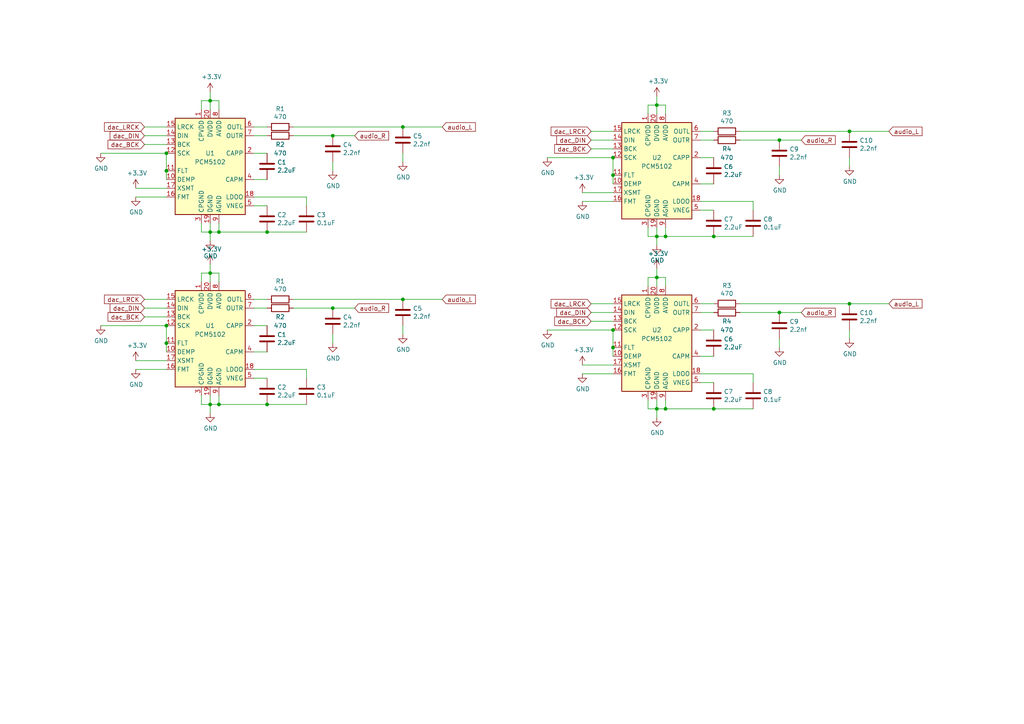
<source format=kicad_sch>
(kicad_sch (version 20230121) (generator eeschema)
  (paper "A4")
  (lib_symbols
    (symbol "Audio:PCM5102"
      (property "Reference" "U" (at -10.16 13.97 0))
      (property "Value" "PCM5102" (at 3.81 13.97 0))
      (symbol "PCM5102_0_1"
        (rectangle (start -10.16 12.7) (end 10.16 -15.24) (stroke (width 0.254)) (fill (type background)))
      )
      (symbol "PCM5102_1_1"
        (pin passive line (at -2.54 15.24 270) (length 2.54) (name "CPVDD") (number "1"))
        (pin input line (at -12.7 -5.08 0) (length 2.54) (name "DEMP") (number "10"))
        (pin input line (at -12.7 -2.54 0) (length 2.54) (name "FLT") (number "11"))
        (pin input line (at -12.7 2.54 0) (length 2.54) (name "SCK") (number "12"))
        (pin input line (at -12.7 5.08 0) (length 2.54) (name "BCK") (number "13"))
        (pin input line (at -12.7 7.62 0) (length 2.54) (name "DIN") (number "14"))
        (pin input line (at -12.7 10.16 0) (length 2.54) (name "LRCK") (number "15"))
        (pin input line (at -12.7 -10.16 0) (length 2.54) (name "FMT") (number "16"))
        (pin input line (at -12.7 -7.62 0) (length 2.54) (name "XSMT") (number "17"))
        (pin passive line (at 12.7 -10.16 180) (length 2.54) (name "LDOO") (number "18"))
        (pin power_in line (at 0 -17.78 90) (length 2.54) (name "DGND") (number "19"))
        (pin passive line (at 12.7 2.54 180) (length 2.54) (name "CAPP") (number "2"))
        (pin power_in line (at 0 15.24 270) (length 2.54) (name "DVDD") (number "20"))
        (pin power_in line (at -2.54 -17.78 90) (length 2.54) (name "CPGND") (number "3"))
        (pin passive line (at 12.7 -5.08 180) (length 2.54) (name "CAPM") (number "4"))
        (pin passive line (at 12.7 -12.7 180) (length 2.54) (name "VNEG") (number "5"))
        (pin output line (at 12.7 10.16 180) (length 2.54) (name "OUTL") (number "6"))
        (pin output line (at 12.7 7.62 180) (length 2.54) (name "OUTR") (number "7"))
        (pin power_in line (at 2.54 15.24 270) (length 2.54) (name "AVDD") (number "8"))
        (pin power_in line (at 2.54 -17.78 90) (length 2.54) (name "AGND") (number "9"))
      )
    )
    (symbol "Device:C" (pin_numbers hide) (pin_names (offset 0.254))
      (property "Reference" "C" (at 0.635 2.54 0))
      (property "Value" "C" (at 0.635 -2.54 0))
      (symbol "C_0_1"
        (polyline (pts (xy -2.032 -0.762) (xy 2.032 -0.762)) (stroke (width 0.508)))
        (polyline (pts (xy -2.032 0.762) (xy 2.032 0.762)) (stroke (width 0.508)))
      )
      (symbol "C_1_1"
        (pin passive line (at 0 3.81 270) (length 2.794) (name "~") (number "1"))
        (pin passive line (at 0 -3.81 90) (length 2.794) (name "~") (number "2"))
      )
    )
    (symbol "Device:R" (pin_numbers hide) (pin_names (offset 0))
      (property "Reference" "R" (at 2.032 0 90))
      (property "Value" "R" (at 0 0 90))
      (symbol "R_0_1"
        (rectangle (start -1.016 -2.54) (end 1.016 2.54) (stroke (width 0.254)))
      )
      (symbol "R_1_1"
        (pin passive line (at 0 3.81 270) (length 1.27) (name "~") (number "1"))
        (pin passive line (at 0 -3.81 90) (length 1.27) (name "~") (number "2"))
      )
    )
    (symbol "power:+3.3V" (power) (pin_names (offset 0))
      (property "Value" "+3.3V" (at 0 3.556 0))
      (symbol "+3.3V_0_1"
        (polyline (pts (xy -0.762 1.27) (xy 0 2.54)))
        (polyline (pts (xy 0 0) (xy 0 2.54)))
        (polyline (pts (xy 0 2.54) (xy 0.762 1.27)))
      )
      (symbol "+3.3V_1_1"
        (pin power_in line (at 0 0 90) (length 0) hide (name "+3.3V") (number "1"))
      )
    )
    (symbol "power:GND" (power) (pin_names (offset 0))
      (property "Value" "GND" (at 0 -3.81 0))
      (symbol "GND_0_1"
        (polyline (pts (xy 0 0) (xy 0 -1.27) (xy 1.27 -1.27) (xy 0 -2.54) (xy -1.27 -1.27) (xy 0 -1.27)))
      )
      (symbol "GND_1_1"
        (pin power_in line (at 0 0 270) (length 0) hide (name "GND") (number "1"))
      )
    )
  )
  (junction (at 60.96 67.31))
  (junction (at 177.8 50.8))
  (junction (at 226.06 40.64))
  (junction (at 246.38 38.1))
  (junction (at 190.5 68.58))
  (junction (at 96.52 39.37))
  (junction (at 48.26 44.45))
  (junction (at 48.26 49.53))
  (junction (at 60.96 29.21))
  (junction (at 193.04 68.58))
  (junction (at 77.47 67.31))
  (junction (at 190.5 30.48))
  (junction (at 177.8 45.72))
  (junction (at 63.5 67.31))
  (junction (at 116.84 36.83))
  (junction (at 207.01 68.58))
  (wire (pts (xy 190.5 66.04) (xy 190.5 68.58)))
  (wire (pts (xy 73.66 57.15) (xy 88.9 57.15)))
  (wire (pts (xy 73.66 59.69) (xy 77.47 59.69)))
  (wire (pts (xy 168.91 55.88) (xy 177.8 55.88)))
  (wire (pts (xy 116.84 44.45) (xy 116.84 46.99)))
  (wire (pts (xy 63.5 31.75) (xy 63.5 29.21)))
  (wire (pts (xy 207.01 45.72) (xy 203.2 45.72)))
  (wire (pts (xy 226.06 48.26) (xy 226.06 50.8)))
  (wire (pts (xy 102.87 39.37) (xy 96.52 39.37)))
  (wire (pts (xy 203.2 58.42) (xy 218.44 58.42)))
  (wire (pts (xy 246.38 45.72) (xy 246.38 48.26)))
  (wire (pts (xy 232.41 40.64) (xy 226.06 40.64)))
  (wire (pts (xy 168.91 58.42) (xy 177.8 58.42)))
  (wire (pts (xy 193.04 66.04) (xy 193.04 68.58)))
  (wire (pts (xy 58.42 31.75) (xy 58.42 29.21)))
  (wire (pts (xy 218.44 68.58) (xy 207.01 68.58)))
  (wire (pts (xy 193.04 68.58) (xy 190.5 68.58)))
  (wire (pts (xy 39.37 54.61) (xy 48.26 54.61)))
  (wire (pts (xy 190.5 68.58) (xy 187.96 68.58)))
  (wire (pts (xy 63.5 29.21) (xy 60.96 29.21)))
  (wire (pts (xy 85.09 36.83) (xy 116.84 36.83)))
  (wire (pts (xy 226.06 40.64) (xy 214.63 40.64)))
  (wire (pts (xy 190.5 27.94) (xy 190.5 30.48)))
  (wire (pts (xy 207.01 68.58) (xy 193.04 68.58)))
  (wire (pts (xy 88.9 67.31) (xy 77.47 67.31)))
  (wire (pts (xy 207.01 53.34) (xy 203.2 53.34)))
  (wire (pts (xy 214.63 38.1) (xy 246.38 38.1)))
  (wire (pts (xy 77.47 67.31) (xy 63.5 67.31)))
  (wire (pts (xy 193.04 30.48) (xy 190.5 30.48)))
  (wire (pts (xy 58.42 64.77) (xy 58.42 67.31)))
  (wire (pts (xy 48.26 52.07) (xy 48.26 49.53)))
  (wire (pts (xy 246.38 38.1) (xy 257.81 38.1)))
  (wire (pts (xy 193.04 33.02) (xy 193.04 30.48)))
  (wire (pts (xy 77.47 36.83) (xy 73.66 36.83)))
  (wire (pts (xy 190.5 30.48) (xy 187.96 30.48)))
  (wire (pts (xy 77.47 44.45) (xy 73.66 44.45)))
  (wire (pts (xy 88.9 57.15) (xy 88.9 59.69)))
  (wire (pts (xy 187.96 33.02) (xy 187.96 30.48)))
  (wire (pts (xy 60.96 26.67) (xy 60.96 29.21)))
  (wire (pts (xy 60.96 67.31) (xy 60.96 69.85)))
  (wire (pts (xy 203.2 60.96) (xy 207.01 60.96)))
  (wire (pts (xy 29.21 44.45) (xy 48.26 44.45)))
  (wire (pts (xy 207.01 38.1) (xy 203.2 38.1)))
  (wire (pts (xy 60.96 67.31) (xy 58.42 67.31)))
  (wire (pts (xy 177.8 43.18) (xy 171.45 43.18)))
  (wire (pts (xy 41.91 36.83) (xy 48.26 36.83)))
  (wire (pts (xy 60.96 64.77) (xy 60.96 67.31)))
  (wire (pts (xy 190.5 30.48) (xy 190.5 33.02)))
  (wire (pts (xy 63.5 67.31) (xy 60.96 67.31)))
  (wire (pts (xy 60.96 29.21) (xy 60.96 31.75)))
  (wire (pts (xy 48.26 39.37) (xy 41.91 39.37)))
  (wire (pts (xy 73.66 39.37) (xy 77.47 39.37)))
  (wire (pts (xy 177.8 53.34) (xy 177.8 50.8)))
  (wire (pts (xy 177.8 40.64) (xy 171.45 40.64)))
  (wire (pts (xy 190.5 68.58) (xy 190.5 71.12)))
  (wire (pts (xy 63.5 64.77) (xy 63.5 67.31)))
  (wire (pts (xy 77.47 52.07) (xy 73.66 52.07)))
  (wire (pts (xy 96.52 46.99) (xy 96.52 49.53)))
  (wire (pts (xy 96.52 39.37) (xy 85.09 39.37)))
  (wire (pts (xy 203.2 40.64) (xy 207.01 40.64)))
  (wire (pts (xy 171.45 38.1) (xy 177.8 38.1)))
  (wire (pts (xy 116.84 36.83) (xy 128.27 36.83)))
  (wire (pts (xy 60.96 29.21) (xy 58.42 29.21)))
  (wire (pts (xy 218.44 58.42) (xy 218.44 60.96)))
  (wire (pts (xy 177.8 50.8) (xy 177.8 45.72)))
  (wire (pts (xy 187.96 66.04) (xy 187.96 68.58)))
  (wire (pts (xy 158.75 45.72) (xy 177.8 45.72)))
  (wire (pts (xy 48.26 49.53) (xy 48.26 44.45)))
  (wire (pts (xy 39.37 57.15) (xy 48.26 57.15)))
  (wire (pts (xy 48.26 41.91) (xy 41.91 41.91)))
  (global_label "dac_BCK" (shape input) (at 171.45 43.18 180) (property "Intersheetrefs" "${INTERSHEET_REFS}" (effects hide)))
  (global_label "dac_LRCK" (shape input) (at 171.45 38.1 180) (property "Intersheetrefs" "${INTERSHEET_REFS}" (effects hide)))
  (global_label "dac_LRCK" (shape input) (at 41.91 36.83 180) (property "Intersheetrefs" "${INTERSHEET_REFS}" (effects hide)))
  (global_label "audio_L" (shape input) (at 257.81 38.1 0) (property "Intersheetrefs" "${INTERSHEET_REFS}" (effects hide)))
  (global_label "audio_R" (shape input) (at 102.87 39.37 0) (property "Intersheetrefs" "${INTERSHEET_REFS}" (effects hide)))
  (global_label "audio_R" (shape input) (at 232.41 40.64 0) (property "Intersheetrefs" "${INTERSHEET_REFS}" (effects hide)))
  (global_label "dac_BCK" (shape input) (at 41.91 41.91 180) (property "Intersheetrefs" "${INTERSHEET_REFS}" (effects hide)))
  (global_label "dac_DIN" (shape input) (at 41.91 39.37 180) (property "Intersheetrefs" "${INTERSHEET_REFS}" (effects hide)))
  (global_label "dac_DIN" (shape input) (at 171.45 40.64 180) (property "Intersheetrefs" "${INTERSHEET_REFS}" (effects hide)))
  (global_label "audio_L" (shape input) (at 128.27 36.83 0) (property "Intersheetrefs" "${INTERSHEET_REFS}" (effects hide)))
  (symbol (lib_id "power:GND") (at 226.06 50.8 0) (unit 1)
    (property "Reference" "#PWR013" (effects hide))
    (property "Value" "GND" (at 226.187 55.1942 0))
  )
  (symbol (lib_id "power:+3.3V") (at 168.91 55.88 0) (unit 1)
    (property "Reference" "#PWR09" (effects hide))
    (property "Value" "+3.3V" (at 169.291 51.4858 0))
  )
  (symbol (lib_id "Device:C") (at 246.38 41.91 0) (unit 1)
    (property "Reference" "C10" (at 249.301 40.7416 0) (effects (justify left)))
    (property "Value" "2.2nf" (at 249.301 43.053 0) (effects (justify left)))
    (property "Footprint" "Capacitor_SMD:C_0402_1005Metric" (effects hide))
  )
  (symbol (lib_id "Device:C") (at 77.47 63.5 0) (unit 1)
    (property "Reference" "C2" (at 80.391 62.3316 0) (effects (justify left)))
    (property "Value" "2.2uF" (at 80.391 64.643 0) (effects (justify left)))
    (property "Footprint" "Capacitor_SMD:C_0402_1005Metric" (effects hide))
  )
  (symbol (lib_id "Device:C") (at 116.84 40.64 0) (unit 1)
    (property "Reference" "C5" (at 119.761 39.4716 0) (effects (justify left)))
    (property "Value" "2.2nf" (at 119.761 41.783 0) (effects (justify left)))
    (property "Footprint" "Capacitor_SMD:C_0402_1005Metric" (effects hide))
  )
  (symbol (lib_id "power:+3.3V") (at 60.96 26.67 0) (unit 1)
    (property "Reference" "#PWR04" (effects hide))
    (property "Value" "+3.3V" (at 61.341 22.2758 0))
  )
  (symbol (lib_id "Device:R") (at 81.28 39.37 90) (unit 1)
    (property "Reference" "R2" (at 81.28 41.91 90))
    (property "Value" "470" (at 81.28 44.45 90))
    (property "Footprint" "Resistor_SMD:R_0402_1005Metric" (effects hide))
  )
  (symbol (lib_id "Device:C") (at 226.06 44.45 0) (unit 1)
    (property "Reference" "C9" (at 228.981 43.2816 0) (effects (justify left)))
    (property "Value" "2.2nf" (at 228.981 45.593 0) (effects (justify left)))
    (property "Footprint" "Capacitor_SMD:C_0402_1005Metric" (effects hide))
  )
  (symbol (lib_id "power:GND") (at 116.84 46.99 0) (unit 1)
    (property "Reference" "#PWR07" (effects hide))
    (property "Value" "GND" (at 116.967 51.3842 0))
  )
  (symbol (lib_id "power:+3.3V") (at 39.37 54.61 0) (unit 1)
    (property "Reference" "#PWR02" (effects hide))
    (property "Value" "+3.3V" (at 39.751 50.2158 0))
  )
  (symbol (lib_id "Device:C") (at 207.01 64.77 0) (unit 1)
    (property "Reference" "C7" (at 209.931 63.6016 0) (effects (justify left)))
    (property "Value" "2.2uF" (at 209.931 65.913 0) (effects (justify left)))
    (property "Footprint" "Capacitor_SMD:C_0402_1005Metric" (effects hide))
  )
  (symbol (lib_id "Device:C") (at 88.9 63.5 0) (unit 1)
    (property "Reference" "C3" (at 91.821 62.3316 0) (effects (justify left)))
    (property "Value" "0.1uF" (at 91.821 64.643 0) (effects (justify left)))
    (property "Footprint" "Capacitor_SMD:C_0402_1005Metric" (effects hide))
  )
  (symbol (lib_id "power:+3.3V") (at 190.5 27.94 0) (unit 1)
    (property "Reference" "#PWR011" (effects hide))
    (property "Value" "+3.3V" (at 190.881 23.5458 0))
  )
  (symbol (lib_id "power:GND") (at 96.52 49.53 0) (unit 1)
    (property "Reference" "#PWR06" (effects hide))
    (property "Value" "GND" (at 96.647 53.9242 0))
  )
  (symbol (lib_id "power:GND") (at 190.5 71.12 0) (unit 1)
    (property "Reference" "#PWR012" (effects hide))
    (property "Value" "GND" (at 190.627 75.5142 0))
  )
  (symbol (lib_id "Device:C") (at 207.01 49.53 0) (unit 1)
    (property "Reference" "C6" (at 209.931 48.3616 0) (effects (justify left)))
    (property "Value" "2.2uF" (at 209.931 50.673 0) (effects (justify left)))
    (property "Footprint" "Capacitor_SMD:C_0402_1005Metric" (effects hide))
  )
  (symbol (lib_id "power:GND") (at 246.38 48.26 0) (unit 1)
    (property "Reference" "#PWR014" (effects hide))
    (property "Value" "GND" (at 246.507 52.6542 0))
  )
  (symbol (lib_id "Device:C") (at 218.44 64.77 0) (unit 1)
    (property "Reference" "C8" (at 221.361 63.6016 0) (effects (justify left)))
    (property "Value" "0.1uF" (at 221.361 65.913 0) (effects (justify left)))
    (property "Footprint" "Capacitor_SMD:C_0402_1005Metric" (effects hide))
  )
  (symbol (lib_id "Device:R") (at 81.28 36.83 270) (unit 1)
    (property "Reference" "R1" (at 81.28 31.5722 90))
    (property "Value" "470" (at 81.28 33.8836 90))
    (property "Footprint" "Resistor_SMD:R_0402_1005Metric" (effects hide))
  )
  (symbol (lib_id "power:GND") (at 60.96 69.85 0) (unit 1)
    (property "Reference" "#PWR05" (effects hide))
    (property "Value" "GND" (at 61.087 74.2442 0))
  )
  (symbol (lib_id "power:GND") (at 39.37 57.15 0) (unit 1)
    (property "Reference" "#PWR03" (effects hide))
    (property "Value" "GND" (at 39.497 61.5442 0))
  )
  (symbol (lib_id "power:GND") (at 158.75 45.72 0) (unit 1)
    (property "Reference" "#PWR08" (effects hide))
    (property "Value" "GND" (at 158.877 50.1142 0))
  )
  (symbol (lib_id "power:GND") (at 168.91 58.42 0) (unit 1)
    (property "Reference" "#PWR010" (effects hide))
    (property "Value" "GND" (at 169.037 62.8142 0))
  )
  (symbol (lib_id "Device:C") (at 77.47 48.26 0) (unit 1)
    (property "Reference" "C1" (at 80.391 47.0916 0) (effects (justify left)))
    (property "Value" "2.2uF" (at 80.391 49.403 0) (effects (justify left)))
    (property "Footprint" "Capacitor_SMD:C_0402_1005Metric" (effects hide))
  )
  (symbol (lib_id "Device:C") (at 96.52 43.18 0) (unit 1)
    (property "Reference" "C4" (at 99.441 42.0116 0) (effects (justify left)))
    (property "Value" "2.2nf" (at 99.441 44.323 0) (effects (justify left)))
    (property "Footprint" "Capacitor_SMD:C_0402_1005Metric" (effects hide))
  )
  (symbol (lib_id "Device:R") (at 210.82 38.1 270) (unit 1)
    (property "Reference" "R3" (at 210.82 32.8422 90))
    (property "Value" "470" (at 210.82 35.1536 90))
    (property "Footprint" "Resistor_SMD:R_0402_1005Metric" (effects hide))
  )
  (symbol (lib_id "Device:R") (at 210.82 40.64 90) (unit 1)
    (property "Reference" "R4" (at 210.82 43.18 90))
    (property "Value" "470" (at 210.82 45.72 90))
    (property "Footprint" "Resistor_SMD:R_0402_1005Metric" (effects hide))
  )
  (symbol (lib_id "power:GND") (at 29.21 44.45 0) (unit 1)
    (property "Reference" "#PWR01" (effects hide))
    (property "Value" "GND" (at 29.337 48.8442 0))
  )
  (symbol (lib_id "Audio:PCM5102") (at 60.96 46.99 0) (unit 1)
    (property "Reference" "U1" (at 60.96 44.45 0))
    (property "Value" "PCM5102" (at 60.96 46.99 0))
    (property "Footprint" "Package_SO:TSSOP-20_4.4x6.5mm_P0.65mm" (effects hide))
    (property "Datasheet" "http://www.ti.com/lit/ds/symlink/pcm5102.pdf" (effects hide))
    (property "LCSC" "C131154" (effects hide))
  )
  (symbol (lib_id "Audio:PCM5102") (at 190.5 48.26 0) (unit 1)
    (property "Reference" "U2" (at 190.5 45.72 0))
    (property "Value" "PCM5102" (at 190.5 48.26 0))
    (property "Footprint" "Package_SO:TSSOP-20_4.4x6.5mm_P0.65mm" (effects hide))
    (property "Datasheet" "http://www.ti.com/lit/ds/symlink/pcm5102.pdf" (effects hide))
    (property "LCSC" "C131154" (effects hide))
  )
  (symbol (lib_id "power:GND") (at 226.06 100.8 0) (unit 1)
    (property "Reference" "#PWR013" (effects hide))
    (property "Value" "GND" (at 226.187 105.1942 0))
  )
  (symbol (lib_id "power:+3.3V") (at 168.91 105.88 0) (unit 1)
    (property "Reference" "#PWR09" (effects hide))
    (property "Value" "+3.3V" (at 169.291 101.4858 0))
  )
  (symbol (lib_id "Device:C") (at 246.38 91.91 0) (unit 1)
    (property "Reference" "C10" (at 249.301 90.7416 0) (effects (justify left)))
    (property "Value" "2.2nf" (at 249.301 93.053 0) (effects (justify left)))
    (property "Footprint" "Capacitor_SMD:C_0402_1005Metric" (effects hide))
  )
  (symbol (lib_id "Device:C") (at 77.47 113.5 0) (unit 1)
    (property "Reference" "C2" (at 80.391 112.3316 0) (effects (justify left)))
    (property "Value" "2.2uF" (at 80.391 114.643 0) (effects (justify left)))
    (property "Footprint" "Capacitor_SMD:C_0402_1005Metric" (effects hide))
  )
  (symbol (lib_id "Device:C") (at 116.84 90.64 0) (unit 1)
    (property "Reference" "C5" (at 119.761 89.4716 0) (effects (justify left)))
    (property "Value" "2.2nf" (at 119.761 91.783 0) (effects (justify left)))
    (property "Footprint" "Capacitor_SMD:C_0402_1005Metric" (effects hide))
  )
  (symbol (lib_id "power:+3.3V") (at 60.96 76.67 0) (unit 1)
    (property "Reference" "#PWR04" (effects hide))
    (property "Value" "+3.3V" (at 61.341 72.2758 0))
  )
  (symbol (lib_id "Device:R") (at 81.28 89.37 90) (unit 1)
    (property "Reference" "R2" (at 81.28 91.91 90))
    (property "Value" "470" (at 81.28 94.45 90))
    (property "Footprint" "Resistor_SMD:R_0402_1005Metric" (effects hide))
  )
  (symbol (lib_id "Device:C") (at 226.06 94.45 0) (unit 1)
    (property "Reference" "C9" (at 228.981 93.2816 0) (effects (justify left)))
    (property "Value" "2.2nf" (at 228.981 95.593 0) (effects (justify left)))
    (property "Footprint" "Capacitor_SMD:C_0402_1005Metric" (effects hide))
  )
  (symbol (lib_id "power:GND") (at 116.84 96.99 0) (unit 1)
    (property "Reference" "#PWR07" (effects hide))
    (property "Value" "GND" (at 116.967 101.3842 0))
  )
  (symbol (lib_id "power:+3.3V") (at 39.37 104.61 0) (unit 1)
    (property "Reference" "#PWR02" (effects hide))
    (property "Value" "+3.3V" (at 39.751 100.2158 0))
  )
  (symbol (lib_id "Device:C") (at 207.01 114.77 0) (unit 1)
    (property "Reference" "C7" (at 209.931 113.6016 0) (effects (justify left)))
    (property "Value" "2.2uF" (at 209.931 115.913 0) (effects (justify left)))
    (property "Footprint" "Capacitor_SMD:C_0402_1005Metric" (effects hide))
  )
  (symbol (lib_id "Device:C") (at 88.9 113.5 0) (unit 1)
    (property "Reference" "C3" (at 91.821 112.3316 0) (effects (justify left)))
    (property "Value" "0.1uF" (at 91.821 114.643 0) (effects (justify left)))
    (property "Footprint" "Capacitor_SMD:C_0402_1005Metric" (effects hide))
  )
  (symbol (lib_id "power:+3.3V") (at 190.5 77.94 0) (unit 1)
    (property "Reference" "#PWR011" (effects hide))
    (property "Value" "+3.3V" (at 190.881 73.5458 0))
  )
  (symbol (lib_id "power:GND") (at 96.52 99.53 0) (unit 1)
    (property "Reference" "#PWR06" (effects hide))
    (property "Value" "GND" (at 96.647 103.9242 0))
  )
  (symbol (lib_id "power:GND") (at 190.5 121.12 0) (unit 1)
    (property "Reference" "#PWR012" (effects hide))
    (property "Value" "GND" (at 190.627 125.5142 0))
  )
  (symbol (lib_id "Device:C") (at 207.01 99.53 0) (unit 1)
    (property "Reference" "C6" (at 209.931 98.3616 0) (effects (justify left)))
    (property "Value" "2.2uF" (at 209.931 100.673 0) (effects (justify left)))
    (property "Footprint" "Capacitor_SMD:C_0402_1005Metric" (effects hide))
  )
  (symbol (lib_id "power:GND") (at 246.38 98.26 0) (unit 1)
    (property "Reference" "#PWR014" (effects hide))
    (property "Value" "GND" (at 246.507 102.6542 0))
  )
  (symbol (lib_id "Device:C") (at 218.44 114.77 0) (unit 1)
    (property "Reference" "C8" (at 221.361 113.6016 0) (effects (justify left)))
    (property "Value" "0.1uF" (at 221.361 115.913 0) (effects (justify left)))
    (property "Footprint" "Capacitor_SMD:C_0402_1005Metric" (effects hide))
  )
  (symbol (lib_id "Device:R") (at 81.28 86.83 270) (unit 1)
    (property "Reference" "R1" (at 81.28 81.5722 90))
    (property "Value" "470" (at 81.28 83.8836 90))
    (property "Footprint" "Resistor_SMD:R_0402_1005Metric" (effects hide))
  )
  (symbol (lib_id "power:GND") (at 60.96 119.85 0) (unit 1)
    (property "Reference" "#PWR05" (effects hide))
    (property "Value" "GND" (at 61.087 124.2442 0))
  )
  (symbol (lib_id "power:GND") (at 39.37 107.15 0) (unit 1)
    (property "Reference" "#PWR03" (effects hide))
    (property "Value" "GND" (at 39.497 111.5442 0))
  )
  (symbol (lib_id "power:GND") (at 158.75 95.72 0) (unit 1)
    (property "Reference" "#PWR08" (effects hide))
    (property "Value" "GND" (at 158.877 100.1142 0))
  )
  (symbol (lib_id "power:GND") (at 168.91 108.42 0) (unit 1)
    (property "Reference" "#PWR010" (effects hide))
    (property "Value" "GND" (at 169.037 112.8142 0))
  )
  (symbol (lib_id "Device:C") (at 77.47 98.26 0) (unit 1)
    (property "Reference" "C1" (at 80.391 97.0916 0) (effects (justify left)))
    (property "Value" "2.2uF" (at 80.391 99.403 0) (effects (justify left)))
    (property "Footprint" "Capacitor_SMD:C_0402_1005Metric" (effects hide))
  )
  (symbol (lib_id "Device:C") (at 96.52 93.18 0) (unit 1)
    (property "Reference" "C4" (at 99.441 92.0116 0) (effects (justify left)))
    (property "Value" "2.2nf" (at 99.441 94.323 0) (effects (justify left)))
    (property "Footprint" "Capacitor_SMD:C_0402_1005Metric" (effects hide))
  )
  (symbol (lib_id "Device:R") (at 210.82 88.1 270) (unit 1)
    (property "Reference" "R3" (at 210.82 82.8422 90))
    (property "Value" "470" (at 210.82 85.1536 90))
    (property "Footprint" "Resistor_SMD:R_0402_1005Metric" (effects hide))
  )
  (symbol (lib_id "Device:R") (at 210.82 90.64 90) (unit 1)
    (property "Reference" "R4" (at 210.82 93.18 90))
    (property "Value" "470" (at 210.82 95.72 90))
    (property "Footprint" "Resistor_SMD:R_0402_1005Metric" (effects hide))
  )
  (symbol (lib_id "power:GND") (at 29.21 94.45 0) (unit 1)
    (property "Reference" "#PWR01" (effects hide))
    (property "Value" "GND" (at 29.337 98.8442 0))
  )
  (symbol (lib_id "Audio:PCM5102") (at 60.96 96.99 0) (unit 1)
    (property "Reference" "U1" (at 60.96 94.45 0))
    (property "Value" "PCM5102" (at 60.96 96.99 0))
    (property "Footprint" "Package_SO:TSSOP-20_4.4x6.5mm_P0.65mm" (effects hide))
    (property "Datasheet" "http://www.ti.com/lit/ds/symlink/pcm5102.pdf" (effects hide))
    (property "LCSC" "C131154" (effects hide))
  )
  (symbol (lib_id "Audio:PCM5102") (at 190.5 98.26 0) (unit 1)
    (property "Reference" "U2" (at 190.5 95.72 0))
    (property "Value" "PCM5102" (at 190.5 98.26 0))
    (property "Footprint" "Package_SO:TSSOP-20_4.4x6.5mm_P0.65mm" (effects hide))
    (property "Datasheet" "http://www.ti.com/lit/ds/symlink/pcm5102.pdf" (effects hide))
    (property "LCSC" "C131154" (effects hide))
  )
  (wire (pts (xy 190.5 116.04) (xy 190.5 118.58)))
  (wire (pts (xy 73.66 107.15) (xy 88.9 107.15)))
  (wire (pts (xy 73.66 109.69) (xy 77.47 109.69)))
  (wire (pts (xy 168.91 105.88) (xy 177.8 105.88)))
  (wire (pts (xy 116.84 94.45) (xy 116.84 96.99)))
  (wire (pts (xy 63.5 81.75) (xy 63.5 79.21)))
  (wire (pts (xy 207.01 95.72) (xy 203.2 95.72)))
  (wire (pts (xy 226.06 98.26) (xy 226.06 100.8)))
  (wire (pts (xy 102.87 89.37) (xy 96.52 89.37)))
  (wire (pts (xy 203.2 108.42) (xy 218.44 108.42)))
  (wire (pts (xy 246.38 95.72) (xy 246.38 98.26)))
  (wire (pts (xy 232.41 90.64) (xy 226.06 90.64)))
  (wire (pts (xy 168.91 108.42) (xy 177.8 108.42)))
  (wire (pts (xy 193.04 116.04) (xy 193.04 118.58)))
  (wire (pts (xy 58.42 81.75) (xy 58.42 79.21)))
  (wire (pts (xy 218.44 118.58) (xy 207.01 118.58)))
  (wire (pts (xy 193.04 118.58) (xy 190.5 118.58)))
  (wire (pts (xy 39.37 104.61) (xy 48.26 104.61)))
  (wire (pts (xy 190.5 118.58) (xy 187.96 118.58)))
  (wire (pts (xy 63.5 79.21) (xy 60.96 79.21)))
  (wire (pts (xy 85.09 86.83) (xy 116.84 86.83)))
  (wire (pts (xy 226.06 90.64) (xy 214.63 90.64)))
  (wire (pts (xy 190.5 77.94) (xy 190.5 80.48)))
  (wire (pts (xy 207.01 118.58) (xy 193.04 118.58)))
  (wire (pts (xy 88.9 117.31) (xy 77.47 117.31)))
  (wire (pts (xy 207.01 103.34) (xy 203.2 103.34)))
  (wire (pts (xy 214.63 88.1) (xy 246.38 88.1)))
  (wire (pts (xy 77.47 117.31) (xy 63.5 117.31)))
  (wire (pts (xy 193.04 80.48) (xy 190.5 80.48)))
  (wire (pts (xy 58.42 114.77) (xy 58.42 117.31)))
  (wire (pts (xy 48.26 102.07) (xy 48.26 99.53)))
  (wire (pts (xy 246.38 88.1) (xy 257.81 88.1)))
  (wire (pts (xy 193.04 83.02) (xy 193.04 80.48)))
  (wire (pts (xy 77.47 86.83) (xy 73.66 86.83)))
  (wire (pts (xy 190.5 80.48) (xy 187.96 80.48)))
  (wire (pts (xy 77.47 94.45) (xy 73.66 94.45)))
  (wire (pts (xy 88.9 107.15) (xy 88.9 109.69)))
  (wire (pts (xy 187.96 83.02) (xy 187.96 80.48)))
  (wire (pts (xy 60.96 76.67) (xy 60.96 79.21)))
  (wire (pts (xy 60.96 117.31) (xy 60.96 119.85)))
  (wire (pts (xy 203.2 110.96) (xy 207.01 110.96)))
  (wire (pts (xy 29.21 94.45) (xy 48.26 94.45)))
  (wire (pts (xy 207.01 88.1) (xy 203.2 88.1)))
  (wire (pts (xy 60.96 117.31) (xy 58.42 117.31)))
  (wire (pts (xy 177.8 93.18) (xy 171.45 93.18)))
  (wire (pts (xy 41.91 86.83) (xy 48.26 86.83)))
  (wire (pts (xy 60.96 114.77) (xy 60.96 117.31)))
  (wire (pts (xy 190.5 80.48) (xy 190.5 83.02)))
  (wire (pts (xy 63.5 117.31) (xy 60.96 117.31)))
  (wire (pts (xy 60.96 79.21) (xy 60.96 81.75)))
  (wire (pts (xy 48.26 89.37) (xy 41.91 89.37)))
  (wire (pts (xy 73.66 89.37) (xy 77.47 89.37)))
  (wire (pts (xy 177.8 103.34) (xy 177.8 100.8)))
  (wire (pts (xy 177.8 90.64) (xy 171.45 90.64)))
  (wire (pts (xy 190.5 118.58) (xy 190.5 121.12)))
  (wire (pts (xy 63.5 114.77) (xy 63.5 117.31)))
  (wire (pts (xy 77.47 102.07) (xy 73.66 102.07)))
  (wire (pts (xy 96.52 96.99) (xy 96.52 99.53)))
  (wire (pts (xy 96.52 89.37) (xy 85.09 89.37)))
  (wire (pts (xy 203.2 90.64) (xy 207.01 90.64)))
  (wire (pts (xy 171.45 88.1) (xy 177.8 88.1)))
  (wire (pts (xy 116.84 86.83) (xy 128.27 86.83)))
  (wire (pts (xy 60.96 79.21) (xy 58.42 79.21)))
  (wire (pts (xy 218.44 108.42) (xy 218.44 110.96)))
  (wire (pts (xy 177.8 100.8) (xy 177.8 95.72)))
  (wire (pts (xy 187.96 116.04) (xy 187.96 118.58)))
  (wire (pts (xy 158.75 95.72) (xy 177.8 95.72)))
  (wire (pts (xy 48.26 99.53) (xy 48.26 94.45)))
  (wire (pts (xy 39.37 107.15) (xy 48.26 107.15)))
  (wire (pts (xy 48.26 91.91) (xy 41.91 91.91)))
  (global_label "dac_BCK" (shape input) (at 171.45 93.18 180) (property "Intersheetrefs" "${INTERSHEET_REFS}" (effects hide)))
  (global_label "dac_LRCK" (shape input) (at 171.45 88.1 180) (property "Intersheetrefs" "${INTERSHEET_REFS}" (effects hide)))
  (global_label "dac_LRCK" (shape input) (at 41.91 86.83 180) (property "Intersheetrefs" "${INTERSHEET_REFS}" (effects hide)))
  (global_label "audio_L" (shape input) (at 257.81 88.1 0) (property "Intersheetrefs" "${INTERSHEET_REFS}" (effects hide)))
  (global_label "audio_R" (shape input) (at 102.87 89.37 0) (property "Intersheetrefs" "${INTERSHEET_REFS}" (effects hide)))
  (global_label "audio_R" (shape input) (at 232.41 90.64 0) (property "Intersheetrefs" "${INTERSHEET_REFS}" (effects hide)))
  (global_label "dac_BCK" (shape input) (at 41.91 91.91 180) (property "Intersheetrefs" "${INTERSHEET_REFS}" (effects hide)))
  (global_label "dac_DIN" (shape input) (at 41.91 89.37 180) (property "Intersheetrefs" "${INTERSHEET_REFS}" (effects hide)))
  (global_label "dac_DIN" (shape input) (at 171.45 90.64 180) (property "Intersheetrefs" "${INTERSHEET_REFS}" (effects hide)))
  (global_label "audio_L" (shape input) (at 128.27 86.83 0) (property "Intersheetrefs" "${INTERSHEET_REFS}" (effects hide)))
  (junction (at 60.96 117.31))
  (junction (at 177.8 100.8))
  (junction (at 226.06 90.64))
  (junction (at 246.38 88.1))
  (junction (at 190.5 118.58))
  (junction (at 96.52 89.37))
  (junction (at 48.26 94.45))
  (junction (at 48.26 99.53))
  (junction (at 60.96 79.21))
  (junction (at 193.04 118.58))
  (junction (at 77.47 117.31))
  (junction (at 190.5 80.48))
  (junction (at 177.8 95.72))
  (junction (at 63.5 117.31))
  (junction (at 116.84 86.83))
  (junction (at 207.01 118.58))
)
</source>
